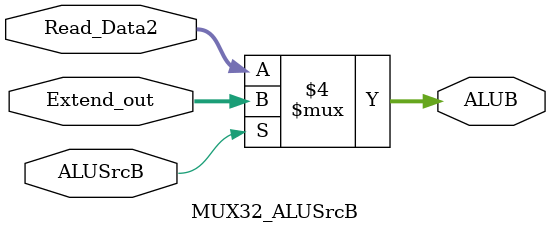
<source format=v>
`timescale 1ns / 1ps

module MUX32_ALUSrcB(
	input [31:0] Read_Data2, Extend_out,
	input ALUSrcB,
	output reg [31:0] ALUB
    );
    always@(ALUSrcB or Read_Data2 or Extend_out) begin
        if (ALUSrcB == 1) ALUB = Extend_out;
        else ALUB = Read_Data2;
    end
endmodule

</source>
